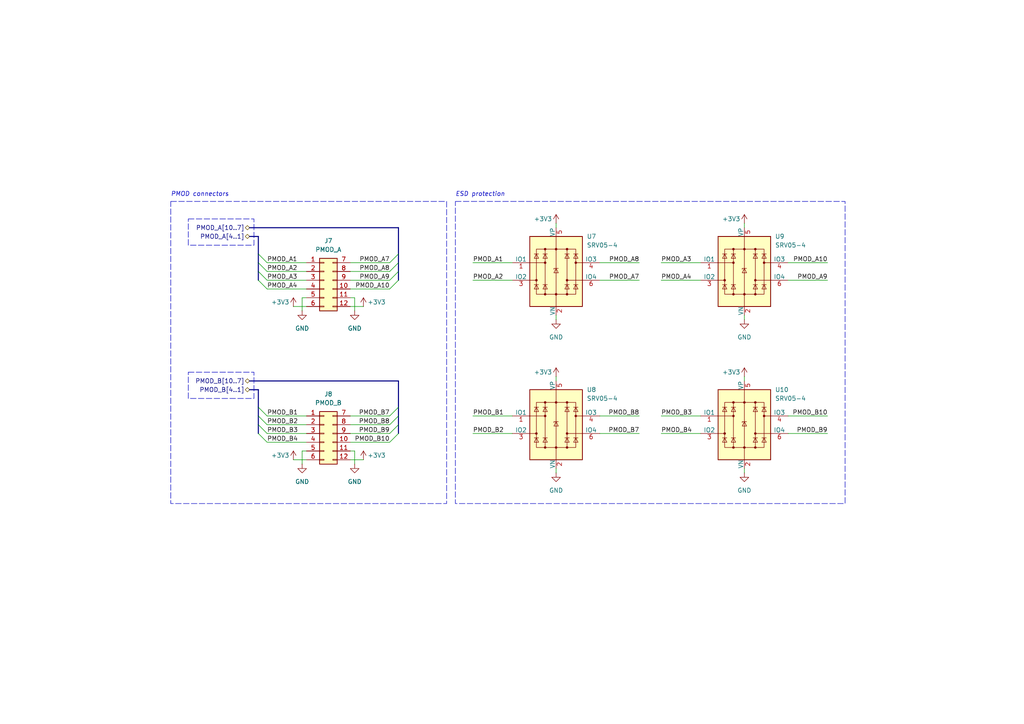
<source format=kicad_sch>
(kicad_sch (version 20250114) (generator "eeschema") (generator_version "9.0")
  (paper "A4")
  (title_block (title "nuku.carrier.template.basic") (date "2025-06-09") (rev "0") (company "Samuel López Asunción") (comment 1 "@supersmau"))
  (lib_symbols
    (symbol "Connector_Generic:Conn_02x06_Top_Bottom" (pin_names (offset 1.016) (hide yes))
      (property "Reference" "J" (at 1.27 7.62 0))
      (property "Value" "Conn_02x06_Top_Bottom" (at 1.27 -10.16 0))
      (symbol "Conn_02x06_Top_Bottom_1_1"
        (rectangle (start -1.27 6.35) (end 3.81 -8.89) (stroke (width 0.254)) (fill (type background)))
        (rectangle (start -1.27 5.207) (end 0 4.953) (stroke (width 0.1524)))
        (rectangle (start -1.27 2.667) (end 0 2.413) (stroke (width 0.1524)))
        (rectangle (start -1.27 0.127) (end 0 -0.127) (stroke (width 0.1524)))
        (rectangle (start -1.27 -2.413) (end 0 -2.667) (stroke (width 0.1524)))
        (rectangle (start -1.27 -4.953) (end 0 -5.207) (stroke (width 0.1524)))
        (rectangle (start -1.27 -7.493) (end 0 -7.747) (stroke (width 0.1524)))
        (rectangle (start 3.81 5.207) (end 2.54 4.953) (stroke (width 0.1524)))
        (rectangle (start 3.81 2.667) (end 2.54 2.413) (stroke (width 0.1524)))
        (rectangle (start 3.81 0.127) (end 2.54 -0.127) (stroke (width 0.1524)))
        (rectangle (start 3.81 -2.413) (end 2.54 -2.667) (stroke (width 0.1524)))
        (rectangle (start 3.81 -4.953) (end 2.54 -5.207) (stroke (width 0.1524)))
        (rectangle (start 3.81 -7.493) (end 2.54 -7.747) (stroke (width 0.1524)))
        (pin passive line (at -5.08 5.08 0) (length 3.81) (name "Pin_1") (number "1"))
        (pin passive line (at -5.08 2.54 0) (length 3.81) (name "Pin_2") (number "2"))
        (pin passive line (at -5.08 0 0) (length 3.81) (name "Pin_3") (number "3"))
        (pin passive line (at -5.08 -2.54 0) (length 3.81) (name "Pin_4") (number "4"))
        (pin passive line (at -5.08 -5.08 0) (length 3.81) (name "Pin_5") (number "5"))
        (pin passive line (at -5.08 -7.62 0) (length 3.81) (name "Pin_6") (number "6"))
        (pin passive line (at 7.62 5.08 180) (length 3.81) (name "Pin_7") (number "7"))
        (pin passive line (at 7.62 2.54 180) (length 3.81) (name "Pin_8") (number "8"))
        (pin passive line (at 7.62 0 180) (length 3.81) (name "Pin_9") (number "9"))
        (pin passive line (at 7.62 -2.54 180) (length 3.81) (name "Pin_10") (number "10"))
        (pin passive line (at 7.62 -5.08 180) (length 3.81) (name "Pin_11") (number "11"))
        (pin passive line (at 7.62 -7.62 180) (length 3.81) (name "Pin_12") (number "12"))
      )
    )
    (symbol "Power_Protection:SRV05-4" (pin_names (offset 0))
      (property "Reference" "U" (at -5.08 11.43 0))
      (property "Value" "SRV05-4" (at 2.54 11.43 0))
      (symbol "SRV05-4_0_0"
        (rectangle (start -5.715 6.477) (end 5.715 -6.604))
        (polyline (pts (xy -3.175 -6.604) (xy -3.175 6.477)))
        (polyline (pts (xy 3.175 6.477) (xy 3.175 -6.604)))
      )
      (symbol "SRV05-4_0_1"
        (polyline (pts (xy -7.747 2.54) (xy -3.175 2.54)))
        (rectangle (start -7.62 10.16) (end 7.62 -10.16) (stroke (width 0.254)) (fill (type background)))
        (polyline (pts (xy -7.62 -2.54) (xy -5.715 -2.54)))
        (circle (center -5.715 -2.54) (radius 0.2794) (fill (type outline)))
        (polyline (pts (xy -5.08 5.08) (xy -6.35 5.08)))
        (polyline (pts (xy -5.08 3.81) (xy -6.35 3.81) (xy -5.715 5.08) (xy -5.08 3.81)))
        (polyline (pts (xy -5.08 -3.81) (xy -6.35 -3.81)))
        (polyline (pts (xy -5.08 -5.08) (xy -6.35 -5.08) (xy -5.715 -3.81) (xy -5.08 -5.08)))
        (circle (center -3.175 6.477) (radius 0.2794) (fill (type outline)))
        (circle (center -3.175 2.54) (radius 0.2794) (fill (type outline)))
        (circle (center -3.175 -6.604) (radius 0.2794) (fill (type outline)))
        (polyline (pts (xy -2.54 5.08) (xy -3.81 5.08)))
        (polyline (pts (xy -2.54 3.81) (xy -3.81 3.81) (xy -3.175 5.08) (xy -2.54 3.81)))
        (polyline (pts (xy -2.54 -3.81) (xy -3.81 -3.81)))
        (polyline (pts (xy -2.54 -5.08) (xy -3.81 -5.08) (xy -3.175 -3.81) (xy -2.54 -5.08)))
        (polyline (pts (xy 0 10.16) (xy 0 -10.16)))
        (circle (center 0 6.477) (radius 0.2794) (fill (type outline)))
        (circle (center 0 -6.604) (radius 0.2794) (fill (type outline)))
        (polyline (pts (xy 0.635 0.889) (xy -0.635 0.889) (xy -0.635 0.635)))
        (polyline (pts (xy 0.635 -0.381) (xy -0.635 -0.381) (xy 0 0.889) (xy 0.635 -0.381)))
        (circle (center 3.175 6.477) (radius 0.2794) (fill (type outline)))
        (circle (center 3.175 -2.54) (radius 0.2794) (fill (type outline)))
        (circle (center 3.175 -6.604) (radius 0.2794) (fill (type outline)))
        (polyline (pts (xy 3.81 5.08) (xy 2.54 5.08)))
        (polyline (pts (xy 3.81 3.81) (xy 2.54 3.81) (xy 3.175 5.08) (xy 3.81 3.81)))
        (polyline (pts (xy 3.81 -3.81) (xy 2.54 -3.81)))
        (polyline (pts (xy 3.81 -5.08) (xy 2.54 -5.08) (xy 3.175 -3.81) (xy 3.81 -5.08)))
        (circle (center 5.715 2.54) (radius 0.2794) (fill (type outline)))
        (polyline (pts (xy 6.35 5.08) (xy 5.08 5.08)))
        (polyline (pts (xy 6.35 3.81) (xy 5.08 3.81) (xy 5.715 5.08) (xy 6.35 3.81)))
        (polyline (pts (xy 6.35 -3.81) (xy 5.08 -3.81)))
        (polyline (pts (xy 6.35 -5.08) (xy 5.08 -5.08) (xy 5.715 -3.81) (xy 6.35 -5.08)))
        (polyline (pts (xy 7.62 2.54) (xy 5.715 2.54)))
        (polyline (pts (xy 7.62 -2.54) (xy 3.175 -2.54)))
      )
      (symbol "SRV05-4_1_1"
        (pin passive line (at -12.7 2.54 0) (length 5.08) (name "IO1") (number "1"))
        (pin passive line (at -12.7 -2.54 0) (length 5.08) (name "IO2") (number "3"))
        (pin passive line (at 0 12.7 270) (length 2.54) (name "VP") (number "5"))
        (pin passive line (at 0 -12.7 90) (length 2.54) (name "VN") (number "2"))
        (pin passive line (at 12.7 2.54 180) (length 5.08) (name "IO3") (number "4"))
        (pin passive line (at 12.7 -2.54 180) (length 5.08) (name "IO4") (number "6"))
      )
    )
    (symbol "power:GND" (power) (pin_numbers (hide yes)) (pin_names (offset 0) (hide yes))
      (property "Value" "GND" (at 0 -3.81 0))
      (symbol "GND_0_1"
        (polyline (pts (xy 0 0) (xy 0 -1.27) (xy 1.27 -1.27) (xy 0 -2.54) (xy -1.27 -1.27) (xy 0 -1.27)))
      )
      (symbol "GND_1_1"
        (pin power_in line (at 0 0 270) (length 0) (name "~") (number "1"))
      )
    )
    (symbol "power:VCC" (power) (pin_numbers (hide yes)) (pin_names (offset 0) (hide yes))
      (property "Value" "VCC" (at 0 3.556 0))
      (symbol "VCC_0_1"
        (polyline (pts (xy -0.762 1.27) (xy 0 2.54)))
        (polyline (pts (xy 0 2.54) (xy 0.762 1.27)))
        (polyline (pts (xy 0 0) (xy 0 2.54)))
      )
      (symbol "VCC_1_1"
        (pin power_in line (at 0 0 90) (length 0) (name "~") (number "1"))
      )
    )
  )
  (rectangle (start 132.08 58.42) (end 245.11 146.05) (stroke (width 0) (type dash)))
  (rectangle (start 54.61 107.95) (end 73.66 115.57) (stroke (width 0) (type dash)))
  (rectangle (start 54.61 63.5) (end 73.66 71.12) (stroke (width 0) (type dash)))
  (rectangle (start 49.53 58.42) (end 129.54 146.05) (stroke (width 0) (type dash)))
  (text "ESD protection" (at 132.08 57.15 0) (effects (font (size 1.27 1.27) (italic yes)) (justify left bottom)))
  (text "PMOD connectors" (at 49.53 57.15 0) (effects (font (size 1.27 1.27) (italic yes)) (justify left bottom)))
  (bus_entry (at 77.47 81.28) (size -2.54 -2.54))
  (bus_entry (at 113.03 120.65) (size 2.54 -2.54))
  (bus_entry (at 77.47 128.27) (size -2.54 -2.54))
  (bus_entry (at 77.47 76.2) (size -2.54 -2.54))
  (bus_entry (at 113.03 125.73) (size 2.54 -2.54))
  (bus_entry (at 77.47 125.73) (size -2.54 -2.54))
  (bus_entry (at 113.03 123.19) (size 2.54 -2.54))
  (bus_entry (at 113.03 83.82) (size 2.54 -2.54))
  (bus_entry (at 113.03 128.27) (size 2.54 -2.54))
  (bus_entry (at 113.03 81.28) (size 2.54 -2.54))
  (bus_entry (at 113.03 76.2) (size 2.54 -2.54))
  (bus_entry (at 77.47 123.19) (size -2.54 -2.54))
  (bus_entry (at 77.47 120.65) (size -2.54 -2.54))
  (bus_entry (at 77.47 83.82) (size -2.54 -2.54))
  (bus_entry (at 113.03 78.74) (size 2.54 -2.54))
  (bus_entry (at 77.47 78.74) (size -2.54 -2.54))
  (wire (pts (xy 228.6 120.65) (xy 240.03 120.65)))
  (bus (pts (xy 74.93 76.2) (xy 74.93 78.74)))
  (wire (pts (xy 77.47 123.19) (xy 88.9 123.19)))
  (wire (pts (xy 77.47 78.74) (xy 88.9 78.74)))
  (bus (pts (xy 72.39 113.03) (xy 74.93 113.03)))
  (wire (pts (xy 137.16 125.73) (xy 148.59 125.73)))
  (wire (pts (xy 191.77 120.65) (xy 203.2 120.65)))
  (wire (pts (xy 101.6 125.73) (xy 113.03 125.73)))
  (wire (pts (xy 101.6 128.27) (xy 113.03 128.27)))
  (wire (pts (xy 77.47 128.27) (xy 88.9 128.27)))
  (wire (pts (xy 101.6 123.19) (xy 113.03 123.19)))
  (bus (pts (xy 74.93 120.65) (xy 74.93 123.19)))
  (bus (pts (xy 74.93 118.11) (xy 74.93 120.65)))
  (wire (pts (xy 101.6 78.74) (xy 113.03 78.74)))
  (bus (pts (xy 115.57 78.74) (xy 115.57 76.2)))
  (wire (pts (xy 85.09 88.9) (xy 88.9 88.9)))
  (wire (pts (xy 102.87 90.17) (xy 102.87 86.36)))
  (wire (pts (xy 215.9 109.22) (xy 215.9 110.49)))
  (wire (pts (xy 137.16 120.65) (xy 148.59 120.65)))
  (wire (pts (xy 215.9 137.16) (xy 215.9 135.89)))
  (wire (pts (xy 173.99 81.28) (xy 185.42 81.28)))
  (wire (pts (xy 77.47 76.2) (xy 88.9 76.2)))
  (wire (pts (xy 137.16 76.2) (xy 148.59 76.2)))
  (wire (pts (xy 77.47 120.65) (xy 88.9 120.65)))
  (bus (pts (xy 115.57 76.2) (xy 115.57 73.66)))
  (bus (pts (xy 74.93 113.03) (xy 74.93 118.11)))
  (wire (pts (xy 77.47 81.28) (xy 88.9 81.28)))
  (wire (pts (xy 102.87 134.62) (xy 102.87 130.81)))
  (wire (pts (xy 101.6 76.2) (xy 113.03 76.2)))
  (bus (pts (xy 74.93 78.74) (xy 74.93 81.28)))
  (wire (pts (xy 161.29 64.77) (xy 161.29 66.04)))
  (wire (pts (xy 161.29 92.71) (xy 161.29 91.44)))
  (wire (pts (xy 191.77 76.2) (xy 203.2 76.2)))
  (wire (pts (xy 191.77 81.28) (xy 203.2 81.28)))
  (wire (pts (xy 102.87 86.36) (xy 101.6 86.36)))
  (wire (pts (xy 228.6 125.73) (xy 240.03 125.73)))
  (wire (pts (xy 215.9 92.71) (xy 215.9 91.44)))
  (bus (pts (xy 115.57 66.04) (xy 115.57 73.66)))
  (wire (pts (xy 77.47 83.82) (xy 88.9 83.82)))
  (wire (pts (xy 215.9 64.77) (xy 215.9 66.04)))
  (wire (pts (xy 228.6 76.2) (xy 240.03 76.2)))
  (wire (pts (xy 87.63 90.17) (xy 87.63 86.36)))
  (wire (pts (xy 191.77 125.73) (xy 203.2 125.73)))
  (bus (pts (xy 72.39 68.58) (xy 74.93 68.58)))
  (wire (pts (xy 102.87 130.81) (xy 101.6 130.81)))
  (bus (pts (xy 74.93 73.66) (xy 74.93 76.2)))
  (wire (pts (xy 87.63 134.62) (xy 87.63 130.81)))
  (wire (pts (xy 173.99 120.65) (xy 185.42 120.65)))
  (bus (pts (xy 72.39 66.04) (xy 115.57 66.04)))
  (wire (pts (xy 101.6 83.82) (xy 113.03 83.82)))
  (wire (pts (xy 101.6 120.65) (xy 113.03 120.65)))
  (wire (pts (xy 77.47 125.73) (xy 88.9 125.73)))
  (wire (pts (xy 137.16 81.28) (xy 148.59 81.28)))
  (bus (pts (xy 115.57 120.65) (xy 115.57 118.11)))
  (wire (pts (xy 85.09 133.35) (xy 88.9 133.35)))
  (bus (pts (xy 74.93 68.58) (xy 74.93 73.66)))
  (bus (pts (xy 115.57 110.49) (xy 115.57 118.11)))
  (wire (pts (xy 105.41 133.35) (xy 101.6 133.35)))
  (bus (pts (xy 72.39 110.49) (xy 115.57 110.49)))
  (bus (pts (xy 115.57 81.28) (xy 115.57 78.74)))
  (wire (pts (xy 173.99 125.73) (xy 185.42 125.73)))
  (bus (pts (xy 115.57 125.73) (xy 115.57 123.19)))
  (wire (pts (xy 87.63 130.81) (xy 88.9 130.81)))
  (wire (pts (xy 161.29 109.22) (xy 161.29 110.49)))
  (bus (pts (xy 115.57 123.19) (xy 115.57 120.65)))
  (wire (pts (xy 161.29 137.16) (xy 161.29 135.89)))
  (wire (pts (xy 105.41 88.9) (xy 101.6 88.9)))
  (wire (pts (xy 228.6 81.28) (xy 240.03 81.28)))
  (wire (pts (xy 173.99 76.2) (xy 185.42 76.2)))
  (wire (pts (xy 101.6 81.28) (xy 113.03 81.28)))
  (wire (pts (xy 87.63 86.36) (xy 88.9 86.36)))
  (bus (pts (xy 74.93 123.19) (xy 74.93 125.73)))
  (label "PMOD_B4" (at 77.47 128.27 0))
  (label "PMOD_A2" (at 77.47 78.74 0))
  (label "PMOD_B8" (at 113.03 123.19 180))
  (label "PMOD_B9" (at 240.03 125.73 180))
  (label "PMOD_B1" (at 77.47 120.65 0))
  (label "PMOD_B2" (at 137.16 125.73 0))
  (label "PMOD_A2" (at 137.16 81.28 0))
  (label "PMOD_A3" (at 191.77 76.2 0))
  (label "PMOD_B10" (at 113.03 128.27 180))
  (label "PMOD_B4" (at 191.77 125.73 0))
  (label "PMOD_A9" (at 240.03 81.28 180))
  (label "PMOD_B3" (at 77.47 125.73 0))
  (label "PMOD_A8" (at 113.03 78.74 180))
  (label "PMOD_A10" (at 240.03 76.2 180))
  (label "PMOD_B3" (at 191.77 120.65 0))
  (label "PMOD_A4" (at 191.77 81.28 0))
  (label "PMOD_B8" (at 185.42 120.65 180))
  (label "PMOD_A7" (at 185.42 81.28 180))
  (label "PMOD_B2" (at 77.47 123.19 0))
  (label "PMOD_A4" (at 77.47 83.82 0))
  (label "PMOD_B7" (at 185.42 125.73 180))
  (label "PMOD_A1" (at 137.16 76.2 0))
  (label "PMOD_A7" (at 113.03 76.2 180))
  (label "PMOD_A8" (at 185.42 76.2 180))
  (label "PMOD_B9" (at 113.03 125.73 180))
  (label "PMOD_A3" (at 77.47 81.28 0))
  (label "PMOD_A10" (at 113.03 83.82 180))
  (label "PMOD_A9" (at 113.03 81.28 180))
  (label "PMOD_B7" (at 113.03 120.65 180))
  (label "PMOD_A1" (at 77.47 76.2 0))
  (label "PMOD_B1" (at 137.16 120.65 0))
  (label "PMOD_B10" (at 240.03 120.65 180))
  (hierarchical_label "PMOD_A[10..7]" (shape bidirectional) (at 72.39 66.04 180))
  (hierarchical_label "PMOD_B[10..7]" (shape bidirectional) (at 72.39 110.49 180))
  (hierarchical_label "PMOD_A[4..1]" (shape bidirectional) (at 72.39 68.58 180))
  (hierarchical_label "PMOD_B[4..1]" (shape bidirectional) (at 72.39 113.03 180))
  (symbol (lib_id "power:VCC") (at 161.29 109.22 0) (unit 1)
    (property "Reference" "#PWR071" (effects (hide yes)))
    (property "Value" "+3V3" (at 157.48 107.95 0))
    (property "Description" "Power symbol creates a global label with name \"VCC\"" (effects (hide yes)))
  )
  (symbol (lib_id "power:VCC") (at 85.09 88.9 0) (unit 1)
    (property "Reference" "#PWR051" (effects (hide yes)))
    (property "Value" "+3V3" (at 81.28 87.63 0))
    (property "Description" "Power symbol creates a global label with name \"VCC\"" (effects (hide yes)))
  )
  (symbol (lib_id "power:GND") (at 87.63 134.62 0) (unit 1)
    (property "Reference" "#PWR064" (effects (hide yes)))
    (property "Value" "GND" (at 87.63 139.7 0))
    (property "Description" "Power symbol creates a global label with name \"GND\" , ground" (effects (hide yes)))
  )
  (symbol (lib_id "power:VCC") (at 85.09 133.35 0) (unit 1)
    (property "Reference" "#PWR061" (effects (hide yes)))
    (property "Value" "+3V3" (at 81.28 132.08 0))
    (property "Description" "Power symbol creates a global label with name \"VCC\"" (effects (hide yes)))
  )
  (symbol (lib_id "power:GND") (at 102.87 90.17 0) (mirror y) (unit 1)
    (property "Reference" "#PWR065" (effects (hide yes)))
    (property "Value" "GND" (at 102.87 95.25 0))
    (property "Description" "Power symbol creates a global label with name \"GND\" , ground" (effects (hide yes)))
  )
  (symbol (lib_id "Power_Protection:SRV05-4") (at 215.9 123.19 0) (unit 1)
    (property "Reference" "U10" (at 224.79 113.03 0) (effects (justify left)))
    (property "Value" "SRV05-4" (at 224.79 115.57 0) (effects (justify left)))
    (property "Footprint" "Package_TO_SOT_SMD:SOT-23-6" (effects (hide yes)))
    (property "Datasheet" "http://www.onsemi.com/pub/Collateral/SRV05-4-D.PDF" (effects (hide yes)))
    (property "Description" "ESD Protection Diodes with Low Clamping Voltage, SOT-23-6" (effects (hide yes)))
    (property "LCSC" "C7420376" (effects (hide yes)))
  )
  (symbol (lib_id "power:GND") (at 161.29 137.16 0) (unit 1)
    (property "Reference" "#PWR072" (effects (hide yes)))
    (property "Value" "GND" (at 161.29 142.24 0))
    (property "Description" "Power symbol creates a global label with name \"GND\" , ground" (effects (hide yes)))
  )
  (symbol (lib_id "Power_Protection:SRV05-4") (at 161.29 123.19 0) (unit 1)
    (property "Reference" "U8" (at 170.18 113.03 0) (effects (justify left)))
    (property "Value" "SRV05-4" (at 170.18 115.57 0) (effects (justify left)))
    (property "Footprint" "Package_TO_SOT_SMD:SOT-23-6" (effects (hide yes)))
    (property "Datasheet" "http://www.onsemi.com/pub/Collateral/SRV05-4-D.PDF" (effects (hide yes)))
    (property "Description" "ESD Protection Diodes with Low Clamping Voltage, SOT-23-6" (effects (hide yes)))
    (property "LCSC" "C7420376" (effects (hide yes)))
  )
  (symbol (lib_id "power:VCC") (at 215.9 64.77 0) (unit 1)
    (property "Reference" "#PWR073" (effects (hide yes)))
    (property "Value" "+3V3" (at 212.09 63.5 0))
    (property "Description" "Power symbol creates a global label with name \"VCC\"" (effects (hide yes)))
  )
  (symbol (lib_id "power:VCC") (at 105.41 88.9 0) (mirror y) (unit 1)
    (property "Reference" "#PWR067" (effects (hide yes)))
    (property "Value" "+3V3" (at 109.22 87.63 0))
    (property "Description" "Power symbol creates a global label with name \"VCC\"" (effects (hide yes)))
  )
  (symbol (lib_id "power:VCC") (at 105.41 133.35 0) (mirror y) (unit 1)
    (property "Reference" "#PWR068" (effects (hide yes)))
    (property "Value" "+3V3" (at 109.22 132.08 0))
    (property "Description" "Power symbol creates a global label with name \"VCC\"" (effects (hide yes)))
  )
  (symbol (lib_id "power:GND") (at 161.29 92.71 0) (unit 1)
    (property "Reference" "#PWR070" (effects (hide yes)))
    (property "Value" "GND" (at 161.29 97.79 0))
    (property "Description" "Power symbol creates a global label with name \"GND\" , ground" (effects (hide yes)))
  )
  (symbol (lib_id "power:GND") (at 215.9 137.16 0) (unit 1)
    (property "Reference" "#PWR076" (effects (hide yes)))
    (property "Value" "GND" (at 215.9 142.24 0))
    (property "Description" "Power symbol creates a global label with name \"GND\" , ground" (effects (hide yes)))
  )
  (symbol (lib_id "Connector_Generic:Conn_02x06_Top_Bottom") (at 93.98 81.28 0) (unit 1)
    (property "Reference" "J7" (at 95.25 69.85 0))
    (property "Value" "PMOD_A" (at 95.25 72.39 0))
    (property "Footprint" "nuku:PMOD_PinSocket_2x06_P2.54mm_Horizontal" (effects (hide yes)))
    (property "Description" "Generic connector, double row, 02x06, top/bottom pin numbering scheme (row 1: 1...pins_per_row, row2: pins_per_row+1 ... num_pins), script generated (kicad-library-utils/schlib/autogen/connector/)" (effects (hide yes)))
    (property "LCSC" "C2936003" (effects (hide yes)))
  )
  (symbol (lib_id "power:GND") (at 215.9 92.71 0) (unit 1)
    (property "Reference" "#PWR074" (effects (hide yes)))
    (property "Value" "GND" (at 215.9 97.79 0))
    (property "Description" "Power symbol creates a global label with name \"GND\" , ground" (effects (hide yes)))
  )
  (symbol (lib_id "power:GND") (at 102.87 134.62 0) (mirror y) (unit 1)
    (property "Reference" "#PWR066" (effects (hide yes)))
    (property "Value" "GND" (at 102.87 139.7 0))
    (property "Description" "Power symbol creates a global label with name \"GND\" , ground" (effects (hide yes)))
  )
  (symbol (lib_id "Power_Protection:SRV05-4") (at 215.9 78.74 0) (unit 1)
    (property "Reference" "U9" (at 224.79 68.58 0) (effects (justify left)))
    (property "Value" "SRV05-4" (at 224.79 71.12 0) (effects (justify left)))
    (property "Footprint" "Package_TO_SOT_SMD:SOT-23-6" (effects (hide yes)))
    (property "Datasheet" "http://www.onsemi.com/pub/Collateral/SRV05-4-D.PDF" (effects (hide yes)))
    (property "Description" "ESD Protection Diodes with Low Clamping Voltage, SOT-23-6" (effects (hide yes)))
    (property "LCSC" "C7420376" (effects (hide yes)))
  )
  (symbol (lib_id "power:VCC") (at 161.29 64.77 0) (unit 1)
    (property "Reference" "#PWR069" (effects (hide yes)))
    (property "Value" "+3V3" (at 157.48 63.5 0))
    (property "Description" "Power symbol creates a global label with name \"VCC\"" (effects (hide yes)))
  )
  (symbol (lib_id "Connector_Generic:Conn_02x06_Top_Bottom") (at 93.98 125.73 0) (unit 1)
    (property "Reference" "J8" (at 95.25 114.3 0))
    (property "Value" "PMOD_B" (at 95.25 116.84 0))
    (property "Footprint" "nuku:PMOD_PinSocket_2x06_P2.54mm_Horizontal" (effects (hide yes)))
    (property "Description" "Generic connector, double row, 02x06, top/bottom pin numbering scheme (row 1: 1...pins_per_row, row2: pins_per_row+1 ... num_pins), script generated (kicad-library-utils/schlib/autogen/connector/)" (effects (hide yes)))
    (property "LCSC" "C2936003" (effects (hide yes)))
  )
  (symbol (lib_id "power:GND") (at 87.63 90.17 0) (unit 1)
    (property "Reference" "#PWR063" (effects (hide yes)))
    (property "Value" "GND" (at 87.63 95.25 0))
    (property "Description" "Power symbol creates a global label with name \"GND\" , ground" (effects (hide yes)))
  )
  (symbol (lib_id "power:VCC") (at 215.9 109.22 0) (unit 1)
    (property "Reference" "#PWR075" (effects (hide yes)))
    (property "Value" "+3V3" (at 212.09 107.95 0))
    (property "Description" "Power symbol creates a global label with name \"VCC\"" (effects (hide yes)))
  )
  (symbol (lib_id "Power_Protection:SRV05-4") (at 161.29 78.74 0) (unit 1)
    (property "Reference" "U7" (at 170.18 68.58 0) (effects (justify left)))
    (property "Value" "SRV05-4" (at 170.18 71.12 0) (effects (justify left)))
    (property "Footprint" "Package_TO_SOT_SMD:SOT-23-6" (effects (hide yes)))
    (property "Datasheet" "http://www.onsemi.com/pub/Collateral/SRV05-4-D.PDF" (effects (hide yes)))
    (property "Description" "ESD Protection Diodes with Low Clamping Voltage, SOT-23-6" (effects (hide yes)))
    (property "LCSC" "C7420376" (effects (hide yes)))
  )
)
</source>
